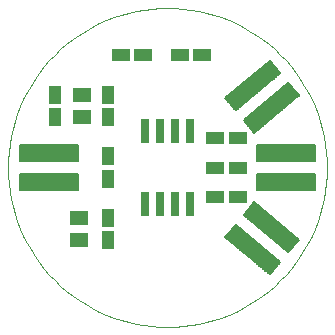
<source format=gtp>
G75*
G70*
%OFA0B0*%
%FSLAX24Y24*%
%IPPOS*%
%LPD*%
%AMOC8*
5,1,8,0,0,1.08239X$1,22.5*
%
%ADD10C,0.0004*%
%ADD11R,0.0260X0.0800*%
%ADD12R,0.0591X0.0394*%
%ADD13R,0.0394X0.0591*%
%ADD14R,0.0591X0.0512*%
%ADD15C,0.0060*%
D10*
X000111Y005426D02*
X000117Y005687D01*
X000137Y005947D01*
X000169Y006206D01*
X000213Y006463D01*
X000270Y006717D01*
X000340Y006969D01*
X000422Y007217D01*
X000516Y007460D01*
X000621Y007698D01*
X000739Y007931D01*
X000867Y008158D01*
X001007Y008379D01*
X001157Y008592D01*
X001317Y008798D01*
X001488Y008995D01*
X001668Y009184D01*
X001857Y009364D01*
X002054Y009535D01*
X002260Y009695D01*
X002473Y009845D01*
X002694Y009985D01*
X002921Y010113D01*
X003154Y010231D01*
X003392Y010336D01*
X003635Y010430D01*
X003883Y010512D01*
X004135Y010582D01*
X004389Y010639D01*
X004646Y010683D01*
X004905Y010715D01*
X005165Y010735D01*
X005426Y010741D01*
X005687Y010735D01*
X005947Y010715D01*
X006206Y010683D01*
X006463Y010639D01*
X006717Y010582D01*
X006969Y010512D01*
X007217Y010430D01*
X007460Y010336D01*
X007698Y010231D01*
X007931Y010113D01*
X008158Y009985D01*
X008379Y009845D01*
X008592Y009695D01*
X008798Y009535D01*
X008995Y009364D01*
X009184Y009184D01*
X009364Y008995D01*
X009535Y008798D01*
X009695Y008592D01*
X009845Y008379D01*
X009985Y008158D01*
X010113Y007931D01*
X010231Y007698D01*
X010336Y007460D01*
X010430Y007217D01*
X010512Y006969D01*
X010582Y006717D01*
X010639Y006463D01*
X010683Y006206D01*
X010715Y005947D01*
X010735Y005687D01*
X010741Y005426D01*
X010735Y005165D01*
X010715Y004905D01*
X010683Y004646D01*
X010639Y004389D01*
X010582Y004135D01*
X010512Y003883D01*
X010430Y003635D01*
X010336Y003392D01*
X010231Y003154D01*
X010113Y002921D01*
X009985Y002694D01*
X009845Y002473D01*
X009695Y002260D01*
X009535Y002054D01*
X009364Y001857D01*
X009184Y001668D01*
X008995Y001488D01*
X008798Y001317D01*
X008592Y001157D01*
X008379Y001007D01*
X008158Y000867D01*
X007931Y000739D01*
X007698Y000621D01*
X007460Y000516D01*
X007217Y000422D01*
X006969Y000340D01*
X006717Y000270D01*
X006463Y000213D01*
X006206Y000169D01*
X005947Y000137D01*
X005687Y000117D01*
X005426Y000111D01*
X005165Y000117D01*
X004905Y000137D01*
X004646Y000169D01*
X004389Y000213D01*
X004135Y000270D01*
X003883Y000340D01*
X003635Y000422D01*
X003392Y000516D01*
X003154Y000621D01*
X002921Y000739D01*
X002694Y000867D01*
X002473Y001007D01*
X002260Y001157D01*
X002054Y001317D01*
X001857Y001488D01*
X001668Y001668D01*
X001488Y001857D01*
X001317Y002054D01*
X001157Y002260D01*
X001007Y002473D01*
X000867Y002694D01*
X000739Y002921D01*
X000621Y003154D01*
X000516Y003392D01*
X000422Y003635D01*
X000340Y003883D01*
X000270Y004135D01*
X000213Y004389D01*
X000169Y004646D01*
X000137Y004905D01*
X000117Y005165D01*
X000111Y005426D01*
D11*
X004676Y006636D03*
X005176Y006636D03*
X005676Y006636D03*
X006176Y006636D03*
X006176Y004216D03*
X005676Y004216D03*
X005176Y004216D03*
X004676Y004216D03*
D12*
X007024Y004442D03*
X007764Y004442D03*
X007764Y005426D03*
X007024Y005426D03*
X007024Y006410D03*
X007764Y006410D03*
X006583Y009166D03*
X005843Y009166D03*
X004615Y009166D03*
X003875Y009166D03*
D13*
X003457Y007843D03*
X003457Y007103D03*
X003457Y005796D03*
X003457Y005056D03*
X003457Y003749D03*
X003457Y003009D03*
X001686Y007103D03*
X001686Y007843D03*
D14*
X002473Y003005D03*
X002473Y003753D03*
X002571Y007099D03*
X002571Y007847D03*
D15*
X002459Y006180D02*
X000519Y006180D01*
X002459Y006180D02*
X002459Y005640D01*
X000519Y005640D01*
X000519Y006180D01*
X000519Y005699D02*
X002459Y005699D01*
X002459Y005758D02*
X000519Y005758D01*
X000519Y005817D02*
X002459Y005817D01*
X002459Y005876D02*
X000519Y005876D01*
X000519Y005935D02*
X002459Y005935D01*
X002459Y005994D02*
X000519Y005994D01*
X000519Y006053D02*
X002459Y006053D01*
X002459Y006112D02*
X000519Y006112D01*
X000519Y006171D02*
X002459Y006171D01*
X002459Y005212D02*
X000519Y005212D01*
X002459Y005212D02*
X002459Y004672D01*
X000519Y004672D01*
X000519Y005212D01*
X000519Y004731D02*
X002459Y004731D01*
X002459Y004790D02*
X000519Y004790D01*
X000519Y004849D02*
X002459Y004849D01*
X002459Y004908D02*
X000519Y004908D01*
X000519Y004967D02*
X002459Y004967D01*
X002459Y005026D02*
X000519Y005026D01*
X000519Y005085D02*
X002459Y005085D01*
X002459Y005144D02*
X000519Y005144D01*
X000519Y005203D02*
X002459Y005203D01*
X007348Y003109D02*
X008833Y001863D01*
X007348Y003109D02*
X007695Y003523D01*
X009180Y002277D01*
X008833Y001863D01*
X008882Y001922D02*
X008763Y001922D01*
X008692Y001981D02*
X008932Y001981D01*
X008981Y002040D02*
X008622Y002040D01*
X008552Y002099D02*
X009031Y002099D01*
X009080Y002158D02*
X008481Y002158D01*
X008411Y002217D02*
X009130Y002217D01*
X009179Y002276D02*
X008341Y002276D01*
X008270Y002335D02*
X009111Y002335D01*
X009041Y002394D02*
X008200Y002394D01*
X008130Y002453D02*
X008970Y002453D01*
X008900Y002512D02*
X008060Y002512D01*
X007989Y002571D02*
X008830Y002571D01*
X008759Y002630D02*
X007919Y002630D01*
X007849Y002689D02*
X008689Y002689D01*
X008619Y002748D02*
X007778Y002748D01*
X007708Y002807D02*
X008548Y002807D01*
X008478Y002866D02*
X007638Y002866D01*
X007567Y002925D02*
X008408Y002925D01*
X008337Y002984D02*
X007497Y002984D01*
X007427Y003043D02*
X008267Y003043D01*
X008197Y003102D02*
X007356Y003102D01*
X007392Y003161D02*
X008126Y003161D01*
X008056Y003220D02*
X007441Y003220D01*
X007490Y003279D02*
X007986Y003279D01*
X007915Y003338D02*
X007540Y003338D01*
X007589Y003397D02*
X007845Y003397D01*
X007775Y003456D02*
X007639Y003456D01*
X007688Y003515D02*
X007705Y003515D01*
X007971Y003851D02*
X009456Y002605D01*
X007971Y003851D02*
X008318Y004265D01*
X009803Y003019D01*
X009456Y002605D01*
X009505Y002664D02*
X009386Y002664D01*
X009315Y002723D02*
X009555Y002723D01*
X009604Y002782D02*
X009245Y002782D01*
X009175Y002841D02*
X009654Y002841D01*
X009703Y002900D02*
X009104Y002900D01*
X009034Y002959D02*
X009753Y002959D01*
X009802Y003018D02*
X008964Y003018D01*
X008893Y003077D02*
X009734Y003077D01*
X009664Y003136D02*
X008823Y003136D01*
X008753Y003195D02*
X009593Y003195D01*
X009523Y003254D02*
X008683Y003254D01*
X008612Y003313D02*
X009453Y003313D01*
X009382Y003372D02*
X008542Y003372D01*
X008472Y003431D02*
X009312Y003431D01*
X009242Y003490D02*
X008401Y003490D01*
X008331Y003549D02*
X009171Y003549D01*
X009101Y003608D02*
X008261Y003608D01*
X008190Y003667D02*
X009031Y003667D01*
X008960Y003726D02*
X008120Y003726D01*
X008050Y003785D02*
X008890Y003785D01*
X008820Y003844D02*
X007979Y003844D01*
X008015Y003903D02*
X008749Y003903D01*
X008679Y003962D02*
X008064Y003962D01*
X008113Y004021D02*
X008609Y004021D01*
X008538Y004080D02*
X008163Y004080D01*
X008212Y004139D02*
X008468Y004139D01*
X008398Y004198D02*
X008262Y004198D01*
X008311Y004257D02*
X008328Y004257D01*
X008393Y004672D02*
X010333Y004672D01*
X008393Y004672D02*
X008393Y005212D01*
X010333Y005212D01*
X010333Y004672D01*
X010333Y004731D02*
X008393Y004731D01*
X008393Y004790D02*
X010333Y004790D01*
X010333Y004849D02*
X008393Y004849D01*
X008393Y004908D02*
X010333Y004908D01*
X010333Y004967D02*
X008393Y004967D01*
X008393Y005026D02*
X010333Y005026D01*
X010333Y005085D02*
X008393Y005085D01*
X008393Y005144D02*
X010333Y005144D01*
X010333Y005203D02*
X008393Y005203D01*
X008393Y005640D02*
X010333Y005640D01*
X008393Y005640D02*
X008393Y006180D01*
X010333Y006180D01*
X010333Y005640D01*
X010333Y005699D02*
X008393Y005699D01*
X008393Y005758D02*
X010333Y005758D01*
X010333Y005817D02*
X008393Y005817D01*
X008393Y005876D02*
X010333Y005876D01*
X010333Y005935D02*
X008393Y005935D01*
X008393Y005994D02*
X010333Y005994D01*
X010333Y006053D02*
X008393Y006053D01*
X008393Y006112D02*
X010333Y006112D01*
X010333Y006171D02*
X008393Y006171D01*
X008318Y006587D02*
X009803Y007833D01*
X008318Y006587D02*
X007971Y007001D01*
X009456Y008247D01*
X009803Y007833D01*
X008388Y006646D02*
X008269Y006646D01*
X008219Y006705D02*
X008459Y006705D01*
X008529Y006764D02*
X008170Y006764D01*
X008120Y006823D02*
X008599Y006823D01*
X008670Y006882D02*
X008071Y006882D01*
X008021Y006941D02*
X008740Y006941D01*
X008810Y007000D02*
X007972Y007000D01*
X008040Y007059D02*
X008881Y007059D01*
X008951Y007118D02*
X008110Y007118D01*
X008181Y007177D02*
X009021Y007177D01*
X009091Y007236D02*
X008251Y007236D01*
X008321Y007295D02*
X009162Y007295D01*
X009232Y007354D02*
X008392Y007354D01*
X008462Y007413D02*
X009302Y007413D01*
X009373Y007472D02*
X008532Y007472D01*
X008603Y007531D02*
X009443Y007531D01*
X009513Y007590D02*
X008673Y007590D01*
X008743Y007649D02*
X009584Y007649D01*
X009654Y007708D02*
X008814Y007708D01*
X008884Y007767D02*
X009724Y007767D01*
X009795Y007826D02*
X008954Y007826D01*
X009025Y007885D02*
X009759Y007885D01*
X009710Y007944D02*
X009095Y007944D01*
X009165Y008003D02*
X009661Y008003D01*
X009611Y008062D02*
X009236Y008062D01*
X009306Y008121D02*
X009562Y008121D01*
X009512Y008180D02*
X009376Y008180D01*
X009446Y008239D02*
X009463Y008239D01*
X009180Y008575D02*
X007695Y007329D01*
X007348Y007743D01*
X008833Y008989D01*
X009180Y008575D01*
X007765Y007388D02*
X007646Y007388D01*
X007596Y007447D02*
X007836Y007447D01*
X007906Y007506D02*
X007547Y007506D01*
X007497Y007565D02*
X007976Y007565D01*
X008047Y007624D02*
X007448Y007624D01*
X007398Y007683D02*
X008117Y007683D01*
X008187Y007742D02*
X007349Y007742D01*
X007417Y007801D02*
X008258Y007801D01*
X008328Y007860D02*
X007487Y007860D01*
X007558Y007919D02*
X008398Y007919D01*
X008468Y007978D02*
X007628Y007978D01*
X007698Y008037D02*
X008539Y008037D01*
X008609Y008096D02*
X007769Y008096D01*
X007839Y008155D02*
X008679Y008155D01*
X008750Y008214D02*
X007909Y008214D01*
X007980Y008273D02*
X008820Y008273D01*
X008890Y008332D02*
X008050Y008332D01*
X008120Y008391D02*
X008961Y008391D01*
X009031Y008450D02*
X008191Y008450D01*
X008261Y008509D02*
X009101Y008509D01*
X009172Y008568D02*
X008331Y008568D01*
X008402Y008627D02*
X009136Y008627D01*
X009087Y008686D02*
X008472Y008686D01*
X008542Y008745D02*
X009038Y008745D01*
X008988Y008804D02*
X008613Y008804D01*
X008683Y008863D02*
X008939Y008863D01*
X008889Y008922D02*
X008753Y008922D01*
X008823Y008981D02*
X008840Y008981D01*
M02*

</source>
